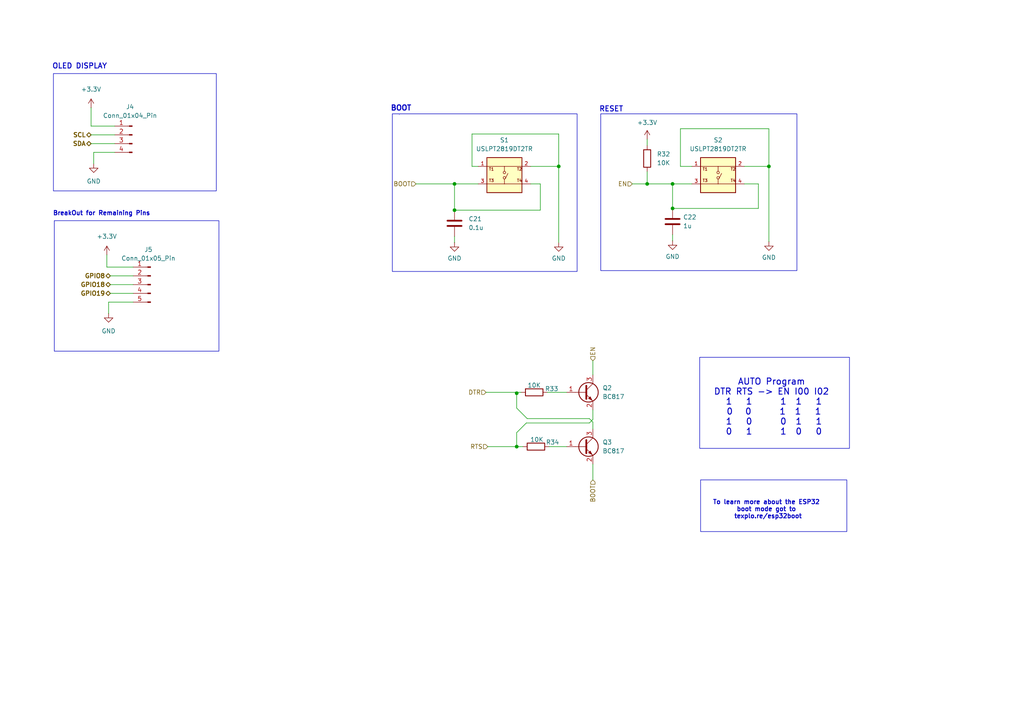
<source format=kicad_sch>
(kicad_sch (version 20250114) (generator "eeschema") (generator_version "9.0")
  (paper "A4")
  (lib_symbols
    (symbol "Connector:Conn_01x04_Pin" (pin_names (offset 1.016) (hide yes))
      (property "Reference" "J" (at 0 5.08 0))
      (property "Value" "Conn_01x04_Pin" (at 0 -7.62 0))
      (symbol "Conn_01x04_Pin_1_1"
        (rectangle (start 0.8636 2.667) (end 0 2.413) (stroke (width 0.1524)) (fill (type outline)))
        (rectangle (start 0.8636 0.127) (end 0 -0.127) (stroke (width 0.1524)) (fill (type outline)))
        (rectangle (start 0.8636 -2.413) (end 0 -2.667) (stroke (width 0.1524)) (fill (type outline)))
        (rectangle (start 0.8636 -4.953) (end 0 -5.207) (stroke (width 0.1524)) (fill (type outline)))
        (polyline (pts (xy 1.27 2.54) (xy 0.8636 2.54)) (stroke (width 0.1524)))
        (polyline (pts (xy 1.27 0) (xy 0.8636 0)) (stroke (width 0.1524)))
        (polyline (pts (xy 1.27 -2.54) (xy 0.8636 -2.54)) (stroke (width 0.1524)))
        (polyline (pts (xy 1.27 -5.08) (xy 0.8636 -5.08)) (stroke (width 0.1524)))
        (pin passive line (at 5.08 2.54 180) (length 3.81) (name "Pin_1") (number "1"))
        (pin passive line (at 5.08 0 180) (length 3.81) (name "Pin_2") (number "2"))
        (pin passive line (at 5.08 -2.54 180) (length 3.81) (name "Pin_3") (number "3"))
        (pin passive line (at 5.08 -5.08 180) (length 3.81) (name "Pin_4") (number "4"))
      )
    )
    (symbol "Connector:Conn_01x05_Pin" (pin_names (offset 1.016) (hide yes))
      (property "Reference" "J" (at 0 7.62 0))
      (property "Value" "Conn_01x05_Pin" (at 0 -7.62 0))
      (symbol "Conn_01x05_Pin_1_1"
        (rectangle (start 0.8636 5.207) (end 0 4.953) (stroke (width 0.1524)) (fill (type outline)))
        (rectangle (start 0.8636 2.667) (end 0 2.413) (stroke (width 0.1524)) (fill (type outline)))
        (rectangle (start 0.8636 0.127) (end 0 -0.127) (stroke (width 0.1524)) (fill (type outline)))
        (rectangle (start 0.8636 -2.413) (end 0 -2.667) (stroke (width 0.1524)) (fill (type outline)))
        (rectangle (start 0.8636 -4.953) (end 0 -5.207) (stroke (width 0.1524)) (fill (type outline)))
        (polyline (pts (xy 1.27 5.08) (xy 0.8636 5.08)) (stroke (width 0.1524)))
        (polyline (pts (xy 1.27 2.54) (xy 0.8636 2.54)) (stroke (width 0.1524)))
        (polyline (pts (xy 1.27 0) (xy 0.8636 0)) (stroke (width 0.1524)))
        (polyline (pts (xy 1.27 -2.54) (xy 0.8636 -2.54)) (stroke (width 0.1524)))
        (polyline (pts (xy 1.27 -5.08) (xy 0.8636 -5.08)) (stroke (width 0.1524)))
        (pin passive line (at 5.08 5.08 180) (length 3.81) (name "Pin_1") (number "1"))
        (pin passive line (at 5.08 2.54 180) (length 3.81) (name "Pin_2") (number "2"))
        (pin passive line (at 5.08 0 180) (length 3.81) (name "Pin_3") (number "3"))
        (pin passive line (at 5.08 -2.54 180) (length 3.81) (name "Pin_4") (number "4"))
        (pin passive line (at 5.08 -5.08 180) (length 3.81) (name "Pin_5") (number "5"))
      )
    )
    (symbol "Device:C" (pin_numbers (hide yes)) (pin_names (offset 0.254))
      (property "Reference" "C" (at 0.635 2.54 0))
      (property "Value" "C" (at 0.635 -2.54 0))
      (symbol "C_0_1"
        (polyline (pts (xy -2.032 0.762) (xy 2.032 0.762)) (stroke (width 0.508)))
        (polyline (pts (xy -2.032 -0.762) (xy 2.032 -0.762)) (stroke (width 0.508)))
      )
      (symbol "C_1_1"
        (pin passive line (at 0 3.81 270) (length 2.794) (name "~") (number "1"))
        (pin passive line (at 0 -3.81 90) (length 2.794) (name "~") (number "2"))
      )
    )
    (symbol "Device:R" (pin_numbers (hide yes)) (pin_names (offset 0))
      (property "Reference" "R" (at 2.032 0 90))
      (property "Value" "R" (at 0 0 90))
      (symbol "R_0_1"
        (rectangle (start -1.016 -2.54) (end 1.016 2.54) (stroke (width 0.254)))
      )
      (symbol "R_1_1"
        (pin passive line (at 0 3.81 270) (length 1.27) (name "~") (number "1"))
        (pin passive line (at 0 -3.81 90) (length 1.27) (name "~") (number "2"))
      )
    )
    (symbol "Transistor_BJT:BC817" (pin_names (offset 0) (hide yes))
      (property "Reference" "Q" (at 5.08 1.905 0))
      (property "Value" "BC817" (at 5.08 0 0))
      (symbol "BC817_0_1"
        (polyline (pts (xy -2.54 0) (xy 0.635 0)))
        (polyline (pts (xy 0.635 1.905) (xy 0.635 -1.905)) (stroke (width 0.508)))
        (circle (center 1.27 0) (radius 2.8194) (stroke (width 0.254)))
      )
      (symbol "BC817_1_1"
        (polyline (pts (xy 0.635 0.635) (xy 2.54 2.54)))
        (polyline (pts (xy 0.635 -0.635) (xy 2.54 -2.54)))
        (polyline (pts (xy 1.27 -1.778) (xy 1.778 -1.27) (xy 2.286 -2.286) (xy 1.27 -1.778)) (fill (type outline)))
        (pin input line (at -5.08 0 0) (length 2.54) (name "B") (number "1"))
        (pin passive line (at 2.54 5.08 270) (length 2.54) (name "C") (number "3"))
        (pin passive line (at 2.54 -5.08 90) (length 2.54) (name "E") (number "2"))
      )
    )
    (symbol "USLPT2819DT2TR:USLPT2819DT2TR" (pin_names (offset 1.016))
      (property "Reference" "S" (at -5.08 5.08 0))
      (property "Value" "USLPT2819DT2TR" (at -5.08 -7.62 0))
      (symbol "USLPT2819DT2TR_0_0"
        (polyline (pts (xy -5.08 2.54) (xy 0 2.54)) (stroke (width 0.1524)))
        (polyline (pts (xy -5.08 -2.54) (xy 0 -2.54)) (stroke (width 0.1524)))
        (rectangle (start -5.08 -5.08) (end 5.08 5.08) (stroke (width 0.254)) (fill (type background)))
        (polyline (pts (xy 0 2.54) (xy 5.08 2.54)) (stroke (width 0.1524)))
        (polyline (pts (xy 0 1.143) (xy 0 2.54)) (stroke (width 0.1524)))
        (circle (center 0 0.762) (radius 0.3592) (stroke (width 0.1524)))
        (circle (center 0 -0.762) (radius 0.3592) (stroke (width 0.1524)))
        (polyline (pts (xy 0 -2.54) (xy 0 -1.143)) (stroke (width 0.1524)))
        (polyline (pts (xy 0 -2.54) (xy 5.08 -2.54)) (stroke (width 0.1524)))
        (polyline (pts (xy 0.254 -1.016) (xy 1.016 0.508)) (stroke (width 0.1524)))
        (text "T1" (at -4.572 1.27 0) (effects (font (size 0.8128 0.8128)) (justify left bottom)))
        (text "T3" (at -4.572 -2.032 0) (effects (font (size 0.8128 0.8128)) (justify left bottom)))
        (text "T2" (at 3.556 1.27 0) (effects (font (size 0.8128 0.8128)) (justify left bottom)))
        (text "T4" (at 3.556 -2.032 0) (effects (font (size 0.8128 0.8128)) (justify left bottom)))
        (pin passive line (at -7.62 2.54 0) (length 2.54) (name "~") (number "1"))
        (pin passive line (at -7.62 -2.54 0) (length 2.54) (name "~") (number "3"))
        (pin passive line (at 7.62 2.54 180) (length 2.54) (name "~") (number "2"))
        (pin passive line (at 7.62 -2.54 180) (length 2.54) (name "~") (number "4"))
      )
    )
    (symbol "power:+3.3V" (power) (pin_numbers (hide yes)) (pin_names (offset 0) (hide yes))
      (property "Value" "+3.3V" (at 0 3.556 0))
      (symbol "+3.3V_0_1"
        (polyline (pts (xy -0.762 1.27) (xy 0 2.54)))
        (polyline (pts (xy 0 2.54) (xy 0.762 1.27)))
        (polyline (pts (xy 0 0) (xy 0 2.54)))
      )
      (symbol "+3.3V_1_1"
        (pin power_in line (at 0 0 90) (length 0) (name "~") (number "1"))
      )
    )
    (symbol "power:GND" (power) (pin_numbers (hide yes)) (pin_names (offset 0) (hide yes))
      (property "Value" "GND" (at 0 -3.81 0))
      (symbol "GND_0_1"
        (polyline (pts (xy 0 0) (xy 0 -1.27) (xy 1.27 -1.27) (xy 0 -2.54) (xy -1.27 -1.27) (xy 0 -1.27)))
      )
      (symbol "GND_1_1"
        (pin power_in line (at 0 0 270) (length 0) (name "~") (number "1"))
      )
    )
  )
  (rectangle (start 115.824 33.274) (end 115.824 33.274))
  (rectangle (start 15.748 64.008) (end 63.5 101.854))
  (rectangle (start 174.244 33.02) (end 231.14 78.486))
  (rectangle (start 202.946 103.632) (end 246.38 130.048))
  (rectangle (start 113.792 33.02) (end 167.386 78.74))
  (rectangle (start 15.494 21.336) (end 62.738 55.372))
  (text "BreakOut for Remaining Pins\n" (at 29.464 61.976 0) (effects (font (size 1.27 1.27) (thickness 0.254) (bold yes))))
  (text "RESET" (at 177.292 31.75 0) (effects (font (size 1.5 1.5) (thickness 0.254) (bold yes))))
  (text "OLED DISPLAY" (at 23.114 19.304 0) (effects (font (size 1.5 1.5) (thickness 0.254) (bold yes))))
  (text "AUTO Program\nDTR RTS -> EN I00 I02\n 1   1      1  1   1\n 0	0      1  1   1\n  1   0      0  1   1 \n  0   1      1  0   0 " (at 223.774 118.11 0) (effects (font (size 1.8 1.8) (thickness 0.254) (bold yes))))
  (text "To learn more about the ESP32 \nboot mode got to \ntexplo.re/esp32boot" (at 222.758 147.828 0) (effects (font (size 1.27 1.27) (thickness 0.254) (bold yes))))
  (text "BOOT" (at 116.332 31.496 0) (effects (font (size 1.5 1.5) (thickness 0.3) (bold yes))))
  (text_box "" (at 203.2 139.192 0) (size 42.418 14.986) (margins 0.9525 0.9525 0.9525 0.9525) (effects (font (size 1.27 1.27) (thickness 0.254) (bold yes)) (justify left top)))
  (junction (at 149.86 114.046))
  (junction (at 223.012 48.26))
  (junction (at 162.052 48.26))
  (junction (at 187.706 53.34))
  (junction (at 149.86 129.54))
  (junction (at 131.826 60.96))
  (junction (at 131.826 53.34))
  (junction (at 195.072 60.452))
  (junction (at 195.072 53.34))
  (wire (pts (xy 187.706 49.784) (xy 187.706 53.34)))
  (wire (pts (xy 149.86 129.54) (xy 151.638 129.54)))
  (wire (pts (xy 33.274 44.196) (xy 27.178 44.196)))
  (wire (pts (xy 140.97 113.792) (xy 149.86 113.792)))
  (wire (pts (xy 136.906 48.26) (xy 136.906 38.862)))
  (wire (pts (xy 32.004 82.55) (xy 38.608 82.55)))
  (wire (pts (xy 152.654 122.682) (xy 149.86 125.476)))
  (wire (pts (xy 149.86 118.364) (xy 149.86 114.046)))
  (wire (pts (xy 171.958 104.648) (xy 171.958 108.712)))
  (wire (pts (xy 195.072 53.34) (xy 200.66 53.34)))
  (wire (pts (xy 156.718 60.96) (xy 131.826 60.96)))
  (wire (pts (xy 131.826 68.58) (xy 131.826 70.358)))
  (wire (pts (xy 187.706 40.386) (xy 187.706 42.164)))
  (wire (pts (xy 162.052 48.26) (xy 162.052 70.358)))
  (wire (pts (xy 171.958 121.666) (xy 170.942 122.682)))
  (wire (pts (xy 32.004 80.01) (xy 38.608 80.01)))
  (wire (pts (xy 32.004 85.09) (xy 38.608 85.09)))
  (wire (pts (xy 38.608 87.63) (xy 31.496 87.63)))
  (wire (pts (xy 171.958 134.62) (xy 171.958 139.192)))
  (wire (pts (xy 149.86 114.046) (xy 150.114 113.792)))
  (wire (pts (xy 27.178 44.196) (xy 27.178 47.498)))
  (wire (pts (xy 33.274 36.576) (xy 26.416 36.576)))
  (wire (pts (xy 223.012 48.26) (xy 223.012 70.104)))
  (wire (pts (xy 152.908 121.412) (xy 149.86 118.364)))
  (wire (pts (xy 223.012 37.338) (xy 223.012 48.26)))
  (wire (pts (xy 31.496 87.63) (xy 31.496 90.932)))
  (wire (pts (xy 183.388 53.34) (xy 187.706 53.34)))
  (wire (pts (xy 131.826 53.34) (xy 138.684 53.34)))
  (wire (pts (xy 141.478 129.54) (xy 149.86 129.54)))
  (wire (pts (xy 215.9 53.34) (xy 219.964 53.34)))
  (wire (pts (xy 200.66 48.26) (xy 197.358 48.26)))
  (wire (pts (xy 153.924 53.34) (xy 156.718 53.34)))
  (wire (pts (xy 195.072 53.34) (xy 195.072 60.452)))
  (wire (pts (xy 136.906 38.862) (xy 162.052 38.862)))
  (wire (pts (xy 171.958 118.872) (xy 171.958 121.666)))
  (wire (pts (xy 197.358 37.338) (xy 223.012 37.338)))
  (wire (pts (xy 26.416 39.116) (xy 33.274 39.116)))
  (wire (pts (xy 171.958 124.46) (xy 171.958 122.428)))
  (wire (pts (xy 187.706 53.34) (xy 195.072 53.34)))
  (wire (pts (xy 159.258 129.54) (xy 164.338 129.54)))
  (wire (pts (xy 195.072 68.072) (xy 195.072 69.85)))
  (wire (pts (xy 219.964 53.34) (xy 219.964 60.452)))
  (wire (pts (xy 26.416 41.656) (xy 33.274 41.656)))
  (wire (pts (xy 30.988 73.914) (xy 30.988 77.47)))
  (wire (pts (xy 38.608 77.47) (xy 30.988 77.47)))
  (wire (pts (xy 158.75 113.792) (xy 164.338 113.792)))
  (wire (pts (xy 170.942 121.412) (xy 152.908 121.412)))
  (wire (pts (xy 120.65 53.34) (xy 131.826 53.34)))
  (wire (pts (xy 215.9 48.26) (xy 223.012 48.26)))
  (wire (pts (xy 162.052 38.862) (xy 162.052 48.26)))
  (wire (pts (xy 150.114 113.792) (xy 151.13 113.792)))
  (wire (pts (xy 171.958 122.428) (xy 170.942 121.412)))
  (wire (pts (xy 153.924 48.26) (xy 162.052 48.26)))
  (wire (pts (xy 195.072 60.452) (xy 219.964 60.452)))
  (wire (pts (xy 26.416 36.576) (xy 26.416 31.242)))
  (wire (pts (xy 138.684 48.26) (xy 136.906 48.26)))
  (wire (pts (xy 156.718 53.34) (xy 156.718 60.96)))
  (wire (pts (xy 131.826 53.34) (xy 131.826 60.96)))
  (wire (pts (xy 170.942 122.682) (xy 152.654 122.682)))
  (wire (pts (xy 149.86 125.476) (xy 149.86 129.54)))
  (wire (pts (xy 197.358 48.26) (xy 197.358 37.338)))
  (wire (pts (xy 149.86 113.792) (xy 149.86 114.046)))
  (hierarchical_label "EN" (shape input) (at 171.958 104.648 90))
  (hierarchical_label "SDA" (shape bidirectional) (at 26.416 41.656 180) (effects (font (thickness 0.254) (bold yes))))
  (hierarchical_label "BOOT" (shape input) (at 171.958 139.192 270))
  (hierarchical_label "GPIO19" (shape bidirectional) (at 32.004 85.09 180) (effects (font (thickness 0.254) (bold yes))))
  (hierarchical_label "BOOT" (shape input) (at 120.65 53.34 180))
  (hierarchical_label "RTS" (shape input) (at 141.478 129.54 180))
  (hierarchical_label "SCL" (shape bidirectional) (at 26.416 39.116 180) (effects (font (thickness 0.254) (bold yes))))
  (hierarchical_label "DTR" (shape input) (at 140.97 113.792 180))
  (hierarchical_label "EN" (shape input) (at 183.388 53.34 180))
  (hierarchical_label "GPIO8" (shape bidirectional) (at 32.004 80.01 180) (effects (font (thickness 0.254) (bold yes))))
  (hierarchical_label "GPIO18" (shape bidirectional) (at 32.004 82.55 180) (effects (font (thickness 0.254) (bold yes))))
  (symbol (lib_id "power:GND") (at 31.496 90.932 0) (unit 1)
    (property "Reference" "#PWR055" (effects (hide yes)))
    (property "Value" "GND" (at 31.496 96.012 0))
    (property "Description" "Power symbol creates a global label with name \"GND\" , ground" (effects (hide yes)))
  )
  (symbol (lib_id "Device:C") (at 131.826 64.77 0) (unit 1)
    (property "Reference" "C21" (at 135.89 63.4999 0) (effects (justify left)))
    (property "Value" "0.1u" (at 135.89 66.0399 0) (effects (justify left)))
    (property "Footprint" "Capacitor_SMD:C_0805_2012Metric" (effects (hide yes)))
    (property "Description" "Unpolarized capacitor" (effects (hide yes)))
  )
  (symbol (lib_id "Device:C") (at 195.072 64.262 0) (unit 1)
    (property "Reference" "C22" (at 198.12 62.9919 0) (effects (justify left)))
    (property "Value" "1u" (at 198.12 65.5319 0) (effects (justify left)))
    (property "Footprint" "Capacitor_SMD:C_0805_2012Metric" (effects (hide yes)))
    (property "Description" "Unpolarized capacitor" (effects (hide yes)))
  )
  (symbol (lib_id "power:GND") (at 131.826 70.358 0) (unit 1)
    (property "Reference" "#PWR057" (effects (hide yes)))
    (property "Value" "GND" (at 131.826 74.93 0))
    (property "Description" "Power symbol creates a global label with name \"GND\" , ground" (effects (hide yes)))
  )
  (symbol (lib_id "Device:R") (at 154.94 113.792 90) (unit 1)
    (property "Reference" "R33" (at 160.02 112.776 90))
    (property "Value" "10K" (at 154.94 111.76 90))
    (property "Footprint" "Resistor_SMD:R_0805_2012Metric" (effects (hide yes)))
    (property "Description" "Resistor" (effects (hide yes)))
  )
  (symbol (lib_id "Connector:Conn_01x05_Pin") (at 43.688 82.55 0) (mirror y) (unit 1)
    (property "Reference" "J5" (at 43.053 72.39 0))
    (property "Value" "Conn_01x05_Pin" (at 43.053 74.93 0))
    (property "Footprint" "Connector_PinHeader_2.54mm:PinHeader_1x05_P2.54mm_Vertical" (effects (hide yes)))
    (property "Description" "Generic connector, single row, 01x05, script generated" (effects (hide yes)))
  )
  (symbol (lib_id "power:GND") (at 195.072 69.85 0) (unit 1)
    (property "Reference" "#PWR059" (effects (hide yes)))
    (property "Value" "GND" (at 195.072 74.422 0))
    (property "Description" "Power symbol creates a global label with name \"GND\" , ground" (effects (hide yes)))
  )
  (symbol (lib_id "power:+3.3V") (at 30.988 73.914 0) (unit 1)
    (property "Reference" "#PWR056" (effects (hide yes)))
    (property "Value" "+3.3V" (at 30.988 68.58 0))
    (property "Description" "Power symbol creates a global label with name \"+3.3V\"" (effects (hide yes)))
  )
  (symbol (lib_id "power:+3.3V") (at 26.416 31.242 0) (unit 1)
    (property "Reference" "#PWR053" (effects (hide yes)))
    (property "Value" "+3.3V" (at 26.416 25.908 0))
    (property "Description" "Power symbol creates a global label with name \"+3.3V\"" (effects (hide yes)))
  )
  (symbol (lib_id "Device:R") (at 155.448 129.54 90) (unit 1)
    (property "Reference" "R34" (at 160.274 128.27 90))
    (property "Value" "10K" (at 155.702 127.508 90))
    (property "Footprint" "Resistor_SMD:R_0805_2012Metric" (effects (hide yes)))
    (property "Description" "Resistor" (effects (hide yes)))
  )
  (symbol (lib_id "power:+3.3V") (at 187.706 40.386 0) (unit 1)
    (property "Reference" "#PWR061" (effects (hide yes)))
    (property "Value" "+3.3V" (at 187.706 35.56 0))
    (property "Description" "Power symbol creates a global label with name \"+3.3V\"" (effects (hide yes)))
  )
  (symbol (lib_id "Device:R") (at 187.706 45.974 0) (unit 1)
    (property "Reference" "R32" (at 190.5 44.7039 0) (effects (justify left)))
    (property "Value" "10K" (at 190.5 47.2439 0) (effects (justify left)))
    (property "Footprint" "Resistor_SMD:R_0805_2012Metric" (effects (hide yes)))
    (property "Description" "Resistor" (effects (hide yes)))
  )
  (symbol (lib_id "power:GND") (at 223.012 70.104 0) (unit 1)
    (property "Reference" "#PWR060" (effects (hide yes)))
    (property "Value" "GND" (at 223.012 74.676 0))
    (property "Description" "Power symbol creates a global label with name \"GND\" , ground" (effects (hide yes)))
  )
  (symbol (lib_id "power:GND") (at 162.052 70.358 0) (unit 1)
    (property "Reference" "#PWR058" (effects (hide yes)))
    (property "Value" "GND" (at 162.052 74.93 0))
    (property "Description" "Power symbol creates a global label with name \"GND\" , ground" (effects (hide yes)))
  )
  (symbol (lib_id "Connector:Conn_01x04_Pin") (at 38.354 39.116 0) (mirror y) (unit 1)
    (property "Reference" "J4" (at 37.719 30.988 0))
    (property "Value" "Conn_01x04_Pin" (at 37.719 33.528 0))
    (property "Footprint" "Connector_PinHeader_2.54mm:PinHeader_1x04_P2.54mm_Vertical" (effects (hide yes)))
    (property "Description" "Generic connector, single row, 01x04, script generated" (effects (hide yes)))
  )
  (symbol (lib_id "Transistor_BJT:BC817") (at 169.418 129.54 0) (unit 1)
    (property "Reference" "Q3" (at 174.752 128.2699 0) (effects (justify left)))
    (property "Value" "BC817" (at 174.752 130.8099 0) (effects (justify left)))
    (property "Footprint" "Package_TO_SOT_SMD:SOT-23" (effects (hide yes)))
    (property "Datasheet" "https://www.onsemi.com/pub/Collateral/BC818-D.pdf" (effects (hide yes)))
    (property "Description" "0.8A Ic, 45V Vce, NPN Transistor, SOT-23" (effects (hide yes)))
  )
  (symbol (lib_id "power:GND") (at 27.178 47.498 0) (unit 1)
    (property "Reference" "#PWR054" (effects (hide yes)))
    (property "Value" "GND" (at 27.178 52.578 0))
    (property "Description" "Power symbol creates a global label with name \"GND\" , ground" (effects (hide yes)))
  )
  (symbol (lib_id "Transistor_BJT:BC817") (at 169.418 113.792 0) (unit 1)
    (property "Reference" "Q2" (at 174.752 112.5219 0) (effects (justify left)))
    (property "Value" "BC817" (at 174.752 115.0619 0) (effects (justify left)))
    (property "Footprint" "Package_TO_SOT_SMD:SOT-23" (effects (hide yes)))
    (property "Datasheet" "https://www.onsemi.com/pub/Collateral/BC818-D.pdf" (effects (hide yes)))
    (property "Description" "0.8A Ic, 45V Vce, NPN Transistor, SOT-23" (effects (hide yes)))
  )
  (symbol (lib_id "USLPT2819DT2TR:USLPT2819DT2TR") (at 146.304 50.8 0) (unit 1)
    (property "Reference" "S1" (at 146.304 40.64 0))
    (property "Value" "USLPT2819DT2TR" (at 146.304 43.18 0))
    (property "Footprint" "FootPrints:SW_USLPT2819DT2TR" (effects (hide yes)))
    (property "MF" "TE Connectivity" (effects (hide yes)))
    (property "Description_1" "Tactile Switch SPST-NO Top Actuated Surface Mount" (effects (hide yes)))
    (property "Package" "None" (effects (hide yes)))
    (property "Price" "None" (effects (hide yes)))
    (property "Check_prices" "https://www.snapeda.com/parts/USLPT2819DT2TR/TE+Connectivity+Alcoswitch+Switches/view-part/?ref=eda" (effects (hide yes)))
    (property "STANDARD" "Manufacturer Recommendations" (effects (hide yes)))
    (property "PARTREV" "P" (effects (hide yes)))
    (property "SnapEDA_Link" "https://www.snapeda.com/parts/USLPT2819DT2TR/TE+Connectivity+Alcoswitch+Switches/view-part/?ref=snap" (effects (hide yes)))
    (property "MP" "USLPT2819DT2TR" (effects (hide yes)))
    (property "Availability" "In Stock" (effects (hide yes)))
    (property "MANUFACTURER" "TE CONNECTIVITY" (effects (hide yes)))
  )
  (symbol (lib_id "USLPT2819DT2TR:USLPT2819DT2TR") (at 208.28 50.8 0) (unit 1)
    (property "Reference" "S2" (at 208.28 40.64 0))
    (property "Value" "USLPT2819DT2TR" (at 208.28 43.18 0))
    (property "Footprint" "FootPrints:SW_USLPT2819DT2TR" (effects (hide yes)))
    (property "MF" "TE Connectivity" (effects (hide yes)))
    (property "Description_1" "Tactile Switch SPST-NO Top Actuated Surface Mount" (effects (hide yes)))
    (property "Package" "None" (effects (hide yes)))
    (property "Price" "None" (effects (hide yes)))
    (property "Check_prices" "https://www.snapeda.com/parts/USLPT2819DT2TR/TE+Connectivity+Alcoswitch+Switches/view-part/?ref=eda" (effects (hide yes)))
    (property "STANDARD" "Manufacturer Recommendations" (effects (hide yes)))
    (property "PARTREV" "P" (effects (hide yes)))
    (property "SnapEDA_Link" "https://www.snapeda.com/parts/USLPT2819DT2TR/TE+Connectivity+Alcoswitch+Switches/view-part/?ref=snap" (effects (hide yes)))
    (property "MP" "USLPT2819DT2TR" (effects (hide yes)))
    (property "Availability" "In Stock" (effects (hide yes)))
    (property "MANUFACTURER" "TE CONNECTIVITY" (effects (hide yes)))
  )
)
</source>
